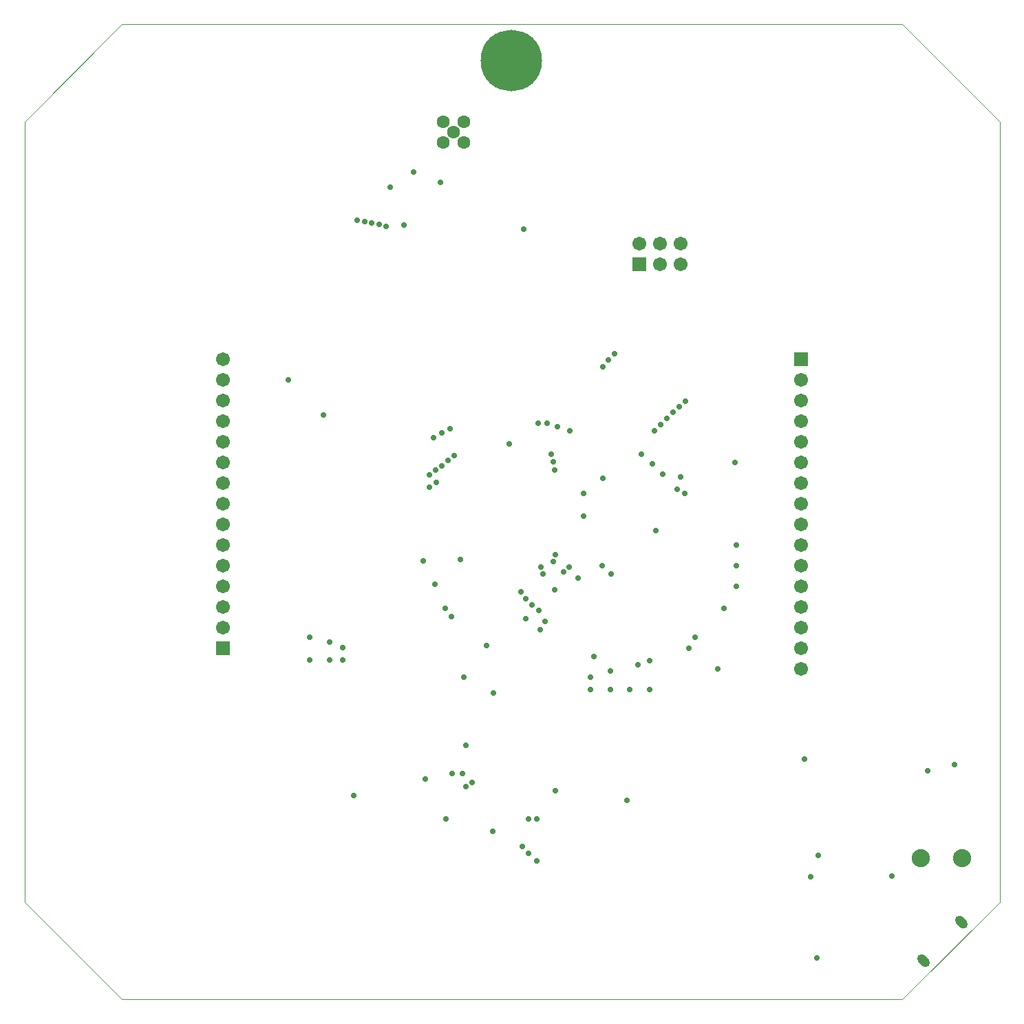
<source format=gbs>
%FSAX24Y24*%
%MOIN*%
G70*
G01*
G75*
G04 Layer_Color=16711935*
%ADD10P,0.0835X4X202.5*%
%ADD11P,0.0835X4X157.5*%
%ADD12R,0.0591X0.0591*%
%ADD13P,0.0835X4X112.5*%
%ADD14P,0.0835X4X90.0*%
%ADD15P,0.0835X4X382.5*%
%ADD16P,0.0835X4X360.0*%
%ADD17P,0.0835X4X292.5*%
%ADD18P,0.0835X4X247.5*%
%ADD19P,0.1058X4X90.0*%
G04:AMPARAMS|DCode=20|XSize=63mil|YSize=55.1mil|CornerRadius=0mil|HoleSize=0mil|Usage=FLASHONLY|Rotation=45.000|XOffset=0mil|YOffset=0mil|HoleType=Round|Shape=Rectangle|*
%AMROTATEDRECTD20*
4,1,4,-0.0028,-0.0418,-0.0418,-0.0028,0.0028,0.0418,0.0418,0.0028,-0.0028,-0.0418,0.0*
%
%ADD20ROTATEDRECTD20*%

G04:AMPARAMS|DCode=21|XSize=15.7mil|YSize=53.2mil|CornerRadius=0mil|HoleSize=0mil|Usage=FLASHONLY|Rotation=45.000|XOffset=0mil|YOffset=0mil|HoleType=Round|Shape=Rectangle|*
%AMROTATEDRECTD21*
4,1,4,0.0132,-0.0244,-0.0244,0.0132,-0.0132,0.0244,0.0244,-0.0132,0.0132,-0.0244,0.0*
%
%ADD21ROTATEDRECTD21*%

%ADD22P,0.0835X4X337.5*%
%ADD23R,0.0591X0.0591*%
%ADD24R,0.0433X0.0669*%
%ADD25R,0.0197X0.0236*%
G04:AMPARAMS|DCode=26|XSize=66.9mil|YSize=43.3mil|CornerRadius=0mil|HoleSize=0mil|Usage=FLASHONLY|Rotation=45.000|XOffset=0mil|YOffset=0mil|HoleType=Round|Shape=Rectangle|*
%AMROTATEDRECTD26*
4,1,4,-0.0084,-0.0390,-0.0390,-0.0084,0.0084,0.0390,0.0390,0.0084,-0.0084,-0.0390,0.0*
%
%ADD26ROTATEDRECTD26*%

G04:AMPARAMS|DCode=27|XSize=21.7mil|YSize=68.9mil|CornerRadius=0mil|HoleSize=0mil|Usage=FLASHONLY|Rotation=135.000|XOffset=0mil|YOffset=0mil|HoleType=Round|Shape=Round|*
%AMOVALD27*
21,1,0.0472,0.0217,0.0000,0.0000,225.0*
1,1,0.0217,0.0167,0.0167*
1,1,0.0217,-0.0167,-0.0167*
%
%ADD27OVALD27*%

G04:AMPARAMS|DCode=28|XSize=21.7mil|YSize=68.9mil|CornerRadius=0mil|HoleSize=0mil|Usage=FLASHONLY|Rotation=45.000|XOffset=0mil|YOffset=0mil|HoleType=Round|Shape=Round|*
%AMOVALD28*
21,1,0.0472,0.0217,0.0000,0.0000,135.0*
1,1,0.0217,0.0167,-0.0167*
1,1,0.0217,-0.0167,0.0167*
%
%ADD28OVALD28*%

%ADD29R,0.0512X0.0984*%
%ADD30P,0.0835X4X67.5*%
%ADD31R,0.0591X0.0591*%
%ADD32R,0.0512X0.0610*%
%ADD33R,0.0098X0.0276*%
%ADD34R,0.0276X0.0098*%
%ADD35R,0.0236X0.0866*%
%ADD36R,0.0866X0.0236*%
%ADD37R,0.1181X0.0630*%
%ADD38R,0.2638X0.2638*%
G04:AMPARAMS|DCode=39|XSize=216.5mil|YSize=78.7mil|CornerRadius=0mil|HoleSize=0mil|Usage=FLASHONLY|Rotation=225.000|XOffset=0mil|YOffset=0mil|HoleType=Round|Shape=Rectangle|*
%AMROTATEDRECTD39*
4,1,4,0.0487,0.1044,0.1044,0.0487,-0.0487,-0.1044,-0.1044,-0.0487,0.0487,0.1044,0.0*
%
%ADD39ROTATEDRECTD39*%

%ADD40R,0.2165X0.0787*%
%ADD41R,0.0079X0.0197*%
G04:AMPARAMS|DCode=42|XSize=40mil|YSize=40mil|CornerRadius=20mil|HoleSize=0mil|Usage=FLASHONLY|Rotation=0.000|XOffset=0mil|YOffset=0mil|HoleType=Round|Shape=RoundedRectangle|*
%AMROUNDEDRECTD42*
21,1,0.0400,0.0000,0,0,0.0*
21,1,0.0000,0.0400,0,0,0.0*
1,1,0.0400,0.0000,0.0000*
1,1,0.0400,0.0000,0.0000*
1,1,0.0400,0.0000,0.0000*
1,1,0.0400,0.0000,0.0000*
%
%ADD42ROUNDEDRECTD42*%
%ADD43C,0.0512*%
%ADD44C,0.0039*%
%ADD45C,0.0100*%
%ADD46C,0.0140*%
%ADD47C,0.0200*%
%ADD48C,0.0005*%
G04:AMPARAMS|DCode=49|XSize=35.4mil|YSize=63mil|CornerRadius=0mil|HoleSize=0mil|Usage=FLASHONLY|Rotation=45.000|XOffset=0mil|YOffset=0mil|HoleType=Round|Shape=Round|*
%AMOVALD49*
21,1,0.0276,0.0354,0.0000,0.0000,135.0*
1,1,0.0354,0.0097,-0.0097*
1,1,0.0354,-0.0097,0.0097*
%
%ADD49OVALD49*%

%ADD50R,0.0591X0.0591*%
%ADD51C,0.0591*%
%ADD52C,0.0551*%
%ADD53C,0.0800*%
%ADD54C,0.0200*%
%ADD55C,0.2894*%
%ADD56C,0.0000*%
%ADD57C,0.0098*%
%ADD58C,0.0236*%
%ADD59C,0.0079*%
%ADD60C,0.0040*%
%ADD61C,0.0080*%
%ADD62P,0.0948X4X202.5*%
%ADD63P,0.0948X4X157.5*%
%ADD64R,0.0671X0.0671*%
%ADD65P,0.0948X4X112.5*%
%ADD66P,0.0948X4X90.0*%
%ADD67P,0.0948X4X382.5*%
%ADD68P,0.0948X4X360.0*%
%ADD69P,0.0948X4X292.5*%
%ADD70P,0.0948X4X247.5*%
%ADD71P,0.1171X4X90.0*%
G04:AMPARAMS|DCode=72|XSize=71mil|YSize=63.1mil|CornerRadius=0mil|HoleSize=0mil|Usage=FLASHONLY|Rotation=45.000|XOffset=0mil|YOffset=0mil|HoleType=Round|Shape=Rectangle|*
%AMROTATEDRECTD72*
4,1,4,-0.0028,-0.0474,-0.0474,-0.0028,0.0028,0.0474,0.0474,0.0028,-0.0028,-0.0474,0.0*
%
%ADD72ROTATEDRECTD72*%

G04:AMPARAMS|DCode=73|XSize=23.7mil|YSize=61.2mil|CornerRadius=0mil|HoleSize=0mil|Usage=FLASHONLY|Rotation=45.000|XOffset=0mil|YOffset=0mil|HoleType=Round|Shape=Rectangle|*
%AMROTATEDRECTD73*
4,1,4,0.0132,-0.0300,-0.0300,0.0132,-0.0132,0.0300,0.0300,-0.0132,0.0132,-0.0300,0.0*
%
%ADD73ROTATEDRECTD73*%

%ADD74P,0.0948X4X337.5*%
%ADD75R,0.0671X0.0671*%
%ADD76R,0.0513X0.0749*%
%ADD77R,0.0277X0.0316*%
G04:AMPARAMS|DCode=78|XSize=74.9mil|YSize=51.3mil|CornerRadius=0mil|HoleSize=0mil|Usage=FLASHONLY|Rotation=45.000|XOffset=0mil|YOffset=0mil|HoleType=Round|Shape=Rectangle|*
%AMROTATEDRECTD78*
4,1,4,-0.0084,-0.0446,-0.0446,-0.0084,0.0084,0.0446,0.0446,0.0084,-0.0084,-0.0446,0.0*
%
%ADD78ROTATEDRECTD78*%

G04:AMPARAMS|DCode=79|XSize=29.7mil|YSize=76.9mil|CornerRadius=0mil|HoleSize=0mil|Usage=FLASHONLY|Rotation=135.000|XOffset=0mil|YOffset=0mil|HoleType=Round|Shape=Round|*
%AMOVALD79*
21,1,0.0472,0.0297,0.0000,0.0000,225.0*
1,1,0.0297,0.0167,0.0167*
1,1,0.0297,-0.0167,-0.0167*
%
%ADD79OVALD79*%

G04:AMPARAMS|DCode=80|XSize=29.7mil|YSize=76.9mil|CornerRadius=0mil|HoleSize=0mil|Usage=FLASHONLY|Rotation=45.000|XOffset=0mil|YOffset=0mil|HoleType=Round|Shape=Round|*
%AMOVALD80*
21,1,0.0472,0.0297,0.0000,0.0000,135.0*
1,1,0.0297,0.0167,-0.0167*
1,1,0.0297,-0.0167,0.0167*
%
%ADD80OVALD80*%

%ADD81R,0.0592X0.1064*%
%ADD82P,0.0948X4X67.5*%
%ADD83R,0.0671X0.0671*%
%ADD84R,0.0592X0.0690*%
%ADD85R,0.0178X0.0356*%
%ADD86R,0.0356X0.0178*%
%ADD87R,0.0316X0.0946*%
%ADD88R,0.0946X0.0316*%
%ADD89R,0.1261X0.0710*%
%ADD90R,0.2718X0.2718*%
G04:AMPARAMS|DCode=91|XSize=224.5mil|YSize=86.7mil|CornerRadius=0mil|HoleSize=0mil|Usage=FLASHONLY|Rotation=225.000|XOffset=0mil|YOffset=0mil|HoleType=Round|Shape=Rectangle|*
%AMROTATEDRECTD91*
4,1,4,0.0487,0.1101,0.1101,0.0487,-0.0487,-0.1101,-0.1101,-0.0487,0.0487,0.1101,0.0*
%
%ADD91ROTATEDRECTD91*%

%ADD92R,0.2245X0.0867*%
%ADD93R,0.0159X0.0277*%
G04:AMPARAMS|DCode=94|XSize=48mil|YSize=48mil|CornerRadius=24mil|HoleSize=0mil|Usage=FLASHONLY|Rotation=0.000|XOffset=0mil|YOffset=0mil|HoleType=Round|Shape=RoundedRectangle|*
%AMROUNDEDRECTD94*
21,1,0.0480,0.0000,0,0,0.0*
21,1,0.0000,0.0480,0,0,0.0*
1,1,0.0480,0.0000,0.0000*
1,1,0.0480,0.0000,0.0000*
1,1,0.0480,0.0000,0.0000*
1,1,0.0480,0.0000,0.0000*
%
%ADD94ROUNDEDRECTD94*%
G04:AMPARAMS|DCode=95|XSize=43.4mil|YSize=71mil|CornerRadius=0mil|HoleSize=0mil|Usage=FLASHONLY|Rotation=45.000|XOffset=0mil|YOffset=0mil|HoleType=Round|Shape=Round|*
%AMOVALD95*
21,1,0.0276,0.0434,0.0000,0.0000,135.0*
1,1,0.0434,0.0097,-0.0097*
1,1,0.0434,-0.0097,0.0097*
%
%ADD95OVALD95*%

%ADD96R,0.0671X0.0671*%
%ADD97C,0.0671*%
%ADD98C,0.0631*%
%ADD99C,0.0880*%
%ADD100C,0.0280*%
%ADD101C,0.2974*%
D48*
X077270Y044276D02*
X081994Y049000D01*
X077270Y091520D02*
X081994Y086795D01*
X034750D02*
X039474Y091520D01*
X034750Y049000D02*
X039474Y044276D01*
X081994Y049000D02*
Y086795D01*
X039474Y044276D02*
X077270D01*
X034750Y049000D02*
Y086795D01*
X039474Y091520D02*
X077270D01*
D64*
X072370Y075290D02*
D03*
D75*
X044370Y061290D02*
D03*
D95*
X078301Y046171D02*
D03*
X080139Y048009D02*
D03*
D96*
X064520Y079890D02*
D03*
D97*
X065520D02*
D03*
X066520Y079890D02*
D03*
X064520Y080890D02*
D03*
X065520D02*
D03*
X066520Y080890D02*
D03*
X044370Y067290D02*
D03*
X044370Y066290D02*
D03*
Y065290D02*
D03*
X044370Y062290D02*
D03*
Y063290D02*
D03*
Y064290D02*
D03*
Y068290D02*
D03*
Y075290D02*
D03*
Y074290D02*
D03*
Y073290D02*
D03*
X044370Y072290D02*
D03*
X044370Y071290D02*
D03*
X044370Y070290D02*
D03*
X044370Y069290D02*
D03*
X072370Y074290D02*
D03*
Y073290D02*
D03*
X072370Y072290D02*
D03*
X072370Y071290D02*
D03*
Y070290D02*
D03*
Y069290D02*
D03*
Y068290D02*
D03*
Y067290D02*
D03*
Y066290D02*
D03*
X072370Y065290D02*
D03*
Y064290D02*
D03*
X072370Y063290D02*
D03*
Y062290D02*
D03*
Y061290D02*
D03*
X072370Y060290D02*
D03*
D98*
X055520Y086290D02*
D03*
X056020Y085790D02*
D03*
X056020Y086790D02*
D03*
X055020Y086790D02*
D03*
X055020Y085790D02*
D03*
D99*
X080170Y051140D02*
D03*
X078170D02*
D03*
D100*
X067220Y061840D02*
D03*
X066750Y073260D02*
D03*
X068620Y063240D02*
D03*
X066370Y068990D02*
D03*
X062720Y065290D02*
D03*
X065270Y071840D02*
D03*
X062770Y074940D02*
D03*
X069220Y064290D02*
D03*
X065570Y072140D02*
D03*
X063045Y075265D02*
D03*
X069220Y065290D02*
D03*
X065870Y072440D02*
D03*
X063345Y075565D02*
D03*
X069220Y066290D02*
D03*
X066170Y072740D02*
D03*
X066470Y072990D02*
D03*
X066720Y068790D02*
D03*
X052470Y083640D02*
D03*
X050870Y082040D02*
D03*
X051220Y081960D02*
D03*
X051570Y081900D02*
D03*
X051920Y081839D02*
D03*
X052270Y081740D02*
D03*
X061170Y071840D02*
D03*
X062770Y069540D02*
D03*
X065320Y066990D02*
D03*
X066920Y061290D02*
D03*
X072520Y055940D02*
D03*
X057120Y061440D02*
D03*
X079790Y055660D02*
D03*
X078500Y055370D02*
D03*
X062320Y060890D02*
D03*
X068320Y060290D02*
D03*
X072820Y050240D02*
D03*
X073120Y046292D02*
D03*
X065020Y060690D02*
D03*
Y059290D02*
D03*
X064470Y060490D02*
D03*
X064070Y059300D02*
D03*
X063120Y060190D02*
D03*
Y059290D02*
D03*
X062170Y059890D02*
D03*
Y059290D02*
D03*
X058870Y051690D02*
D03*
X057460Y059138D02*
D03*
X059570Y050990D02*
D03*
X059170Y051350D02*
D03*
Y053040D02*
D03*
X059570Y053030D02*
D03*
X048570Y061840D02*
D03*
Y060740D02*
D03*
X049520Y061590D02*
D03*
Y060740D02*
D03*
X050170Y061340D02*
D03*
Y060740D02*
D03*
X055170Y053040D02*
D03*
X056020Y059890D02*
D03*
X057420Y052440D02*
D03*
X056120Y056590D02*
D03*
Y054590D02*
D03*
X056420Y054790D02*
D03*
X055470Y055240D02*
D03*
X055970D02*
D03*
X060470Y054390D02*
D03*
X058939Y081608D02*
D03*
X053139Y081808D02*
D03*
X053589Y084358D02*
D03*
X054889Y083858D02*
D03*
X066520Y069590D02*
D03*
X065670Y069740D02*
D03*
X065170Y070240D02*
D03*
X064620Y070690D02*
D03*
X059020Y063690D02*
D03*
X058790Y064010D02*
D03*
X055420Y062840D02*
D03*
X055120Y063240D02*
D03*
X060570Y072040D02*
D03*
X060070Y072190D02*
D03*
X059620Y072190D02*
D03*
X049220Y072590D02*
D03*
X054570Y071490D02*
D03*
X054970Y071740D02*
D03*
X055370Y071940D02*
D03*
X055570Y070640D02*
D03*
X055270Y070390D02*
D03*
X054970Y070140D02*
D03*
X054670Y069940D02*
D03*
X054370Y069690D02*
D03*
X054700Y069320D02*
D03*
X054360Y069080D02*
D03*
X054620Y064390D02*
D03*
X055870Y065590D02*
D03*
X054070Y065540D02*
D03*
X058220Y071186D02*
D03*
X060370Y070335D02*
D03*
X060420Y069940D02*
D03*
X060279Y070690D02*
D03*
X061820Y067690D02*
D03*
Y068790D02*
D03*
X073200Y051260D02*
D03*
X076750Y050260D02*
D03*
X050710Y054150D02*
D03*
X054157Y054953D02*
D03*
X063934Y053940D02*
D03*
X059320Y063390D02*
D03*
X061570Y064690D02*
D03*
X060870Y064990D02*
D03*
X060370Y065490D02*
D03*
X063170Y064890D02*
D03*
X061120Y065240D02*
D03*
X060465Y065830D02*
D03*
X059720Y062190D02*
D03*
X060420Y064140D02*
D03*
X059870Y064890D02*
D03*
X059770Y065240D02*
D03*
X047520Y074290D02*
D03*
X069170Y070290D02*
D03*
X059970Y062590D02*
D03*
X059020Y062740D02*
D03*
X059670Y063140D02*
D03*
D101*
X058333Y089748D02*
D03*
M02*

</source>
